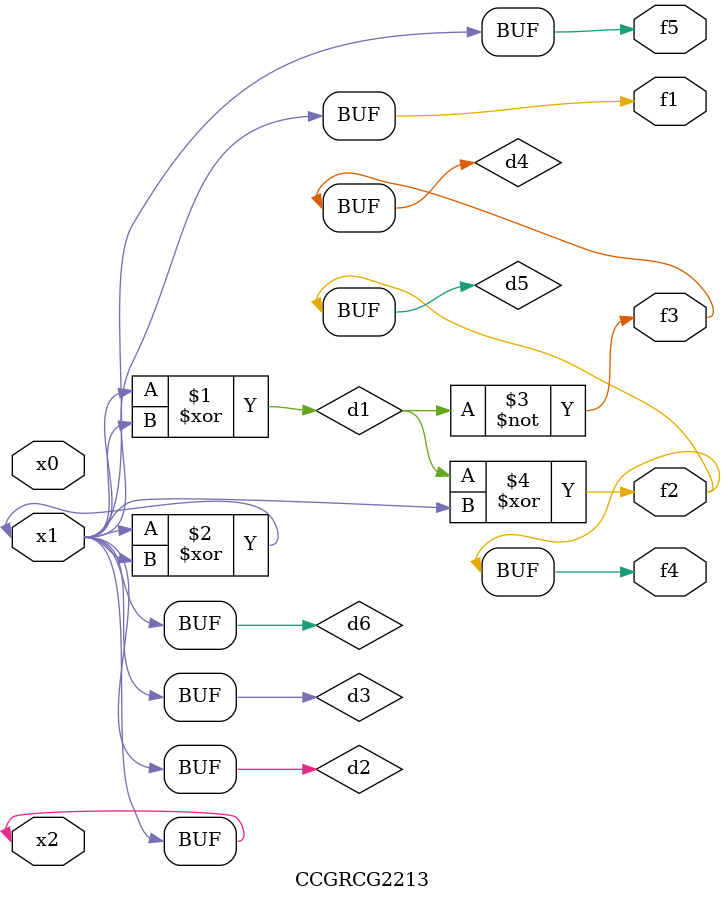
<source format=v>
module CCGRCG2213(
	input x0, x1, x2,
	output f1, f2, f3, f4, f5
);

	wire d1, d2, d3, d4, d5, d6;

	xor (d1, x1, x2);
	buf (d2, x1, x2);
	xor (d3, x1, x2);
	nor (d4, d1);
	xor (d5, d1, d2);
	buf (d6, d2, d3);
	assign f1 = d6;
	assign f2 = d5;
	assign f3 = d4;
	assign f4 = d5;
	assign f5 = d6;
endmodule

</source>
